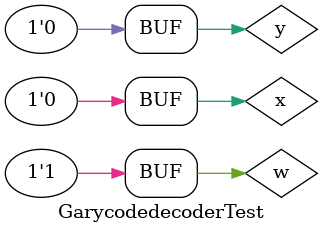
<source format=v>
`timescale 1ns / 1ps


module GarycodedecoderTest;

	// Inputs
	reg w;
	reg x;
	reg y;

	// Outputs
	wire e;
	wire f;
	wire g;

	// Instantiate the Unit Under Test (UUT)
	Garycodedecoder uut (
		.w(w), 
		.x(x), 
		.y(y), 
		.e(e), 
		.f(f), 
		.g(g)
	);

	initial begin
		// Initialize Inputs
		w = 0;
		x = 0;
		y = 0;

		// Wait 100 ns for global reset to finish
		#100;
        
		// Add stimulus here
		
		w = 0;
		x = 0;
		y = 1;
		
		#100;
		
		w = 0;
		x = 1;
		y = 1;
		
		#100;
		
		w = 0;
		x = 1;
		y = 0;
		
		#100;
		
		w = 1;
		x = 1;
		y = 0;
		
		#100;
		
		w = 1;
		x = 1;
		y = 1;
		
		#100;
		
		w = 1;
		x = 0;
		y = 1;
		
		#100;
		
		w = 1;
		x = 0;
		y = 0;
		
		#100;

	end
      
endmodule


</source>
